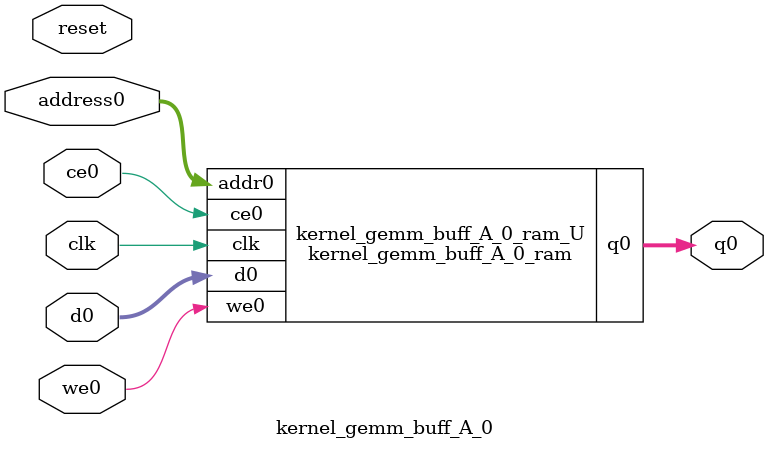
<source format=v>
`timescale 1 ns / 1 ps
module kernel_gemm_buff_A_0_ram (addr0, ce0, d0, we0, q0,  clk);

parameter DWIDTH = 32;
parameter AWIDTH = 4;
parameter MEM_SIZE = 16;

input[AWIDTH-1:0] addr0;
input ce0;
input[DWIDTH-1:0] d0;
input we0;
output reg[DWIDTH-1:0] q0;
input clk;

reg [DWIDTH-1:0] ram[0:MEM_SIZE-1];




always @(posedge clk)  
begin 
    if (ce0) begin
        if (we0) 
            ram[addr0] <= d0; 
        q0 <= ram[addr0];
    end
end


endmodule

`timescale 1 ns / 1 ps
module kernel_gemm_buff_A_0(
    reset,
    clk,
    address0,
    ce0,
    we0,
    d0,
    q0);

parameter DataWidth = 32'd32;
parameter AddressRange = 32'd16;
parameter AddressWidth = 32'd4;
input reset;
input clk;
input[AddressWidth - 1:0] address0;
input ce0;
input we0;
input[DataWidth - 1:0] d0;
output[DataWidth - 1:0] q0;



kernel_gemm_buff_A_0_ram kernel_gemm_buff_A_0_ram_U(
    .clk( clk ),
    .addr0( address0 ),
    .ce0( ce0 ),
    .we0( we0 ),
    .d0( d0 ),
    .q0( q0 ));

endmodule


</source>
